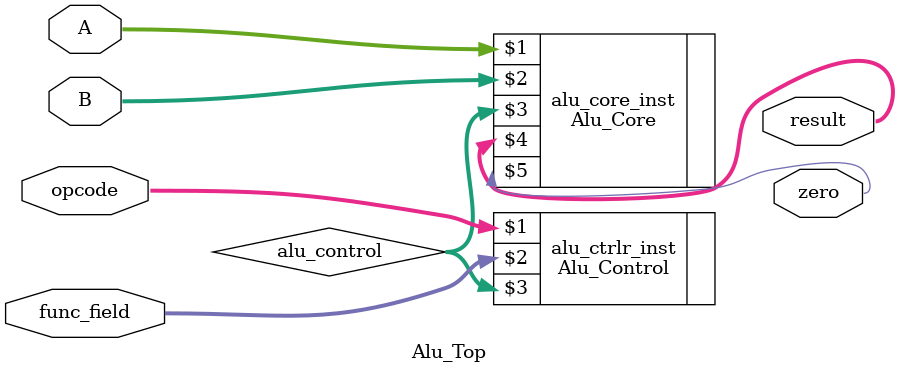
<source format=v>
`timescale 1ns / 1ps

module Alu_Top(opcode,func_field,A,B,result,zero);

input [5:0] opcode;
input [5:0] func_field;
input [31:0] A;
input [31:0] B;
output [31:0] result;
output zero;
wire [2:0] alu_control;

//generate the alu control signalsfrom opcode and functional field as input
Alu_Control alu_ctrlr_inst(opcode, func_field, alu_control);

//do the necessary operations based on alu control signals
Alu_Core alu_core_inst (A,B,alu_control,result,zero);

endmodule



</source>
